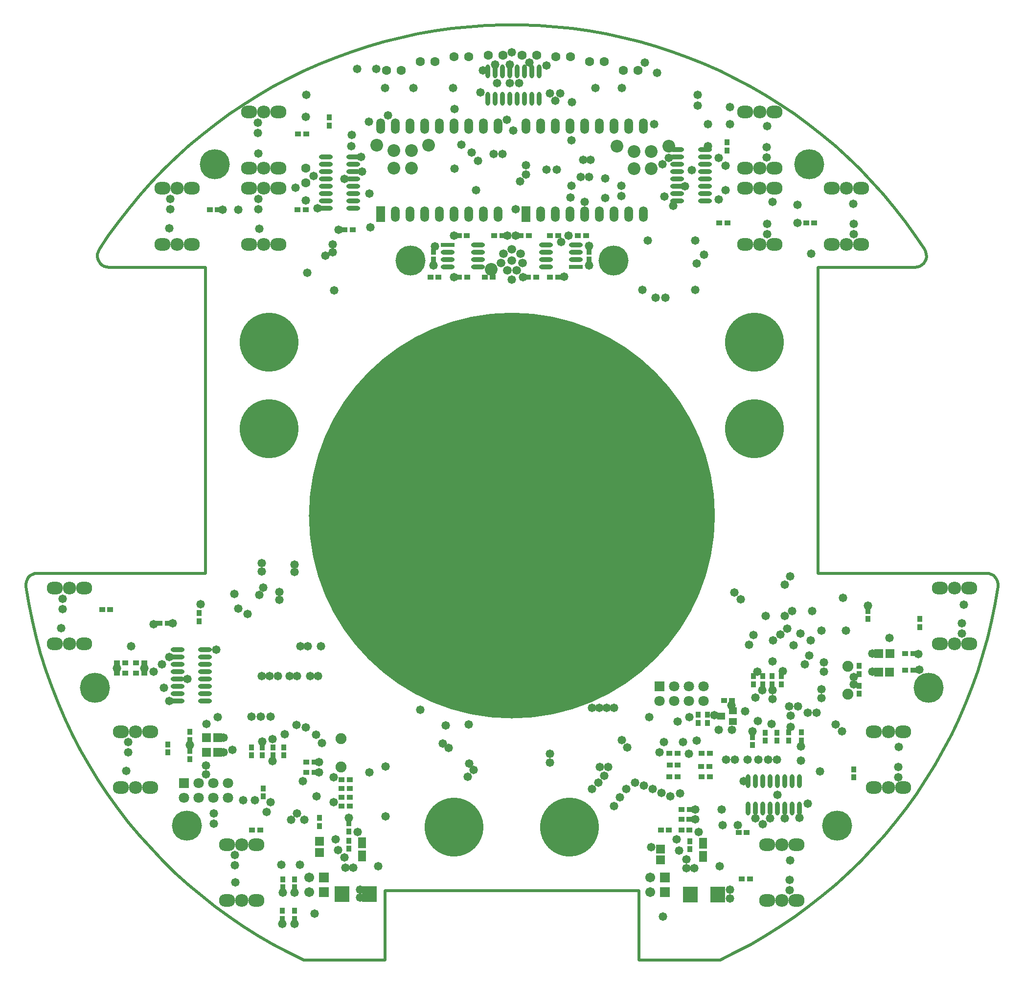
<source format=gts>
%FSAX25Y25*%
%MOIN*%
G70*
G01*
G75*
G04 Layer_Color=8388736*
%ADD10O,0.08661X0.02362*%
%ADD11R,0.03000X0.03543*%
%ADD12R,0.05118X0.05512*%
%ADD13R,0.05512X0.05118*%
%ADD14R,0.03543X0.03000*%
%ADD15R,0.05000X0.06693*%
%ADD16R,0.04921X0.03937*%
%ADD17R,0.08661X0.02362*%
%ADD18O,0.08661X0.02362*%
%ADD19O,0.02362X0.08661*%
%ADD20R,0.09449X0.09843*%
%ADD21C,0.01575*%
%ADD22C,0.01181*%
%ADD23C,0.00984*%
%ADD24C,0.01000*%
%ADD25C,0.03150*%
%ADD26C,0.03937*%
%ADD27C,0.02756*%
%ADD28C,0.02362*%
%ADD29C,0.00591*%
%ADD30C,0.01969*%
%ADD31C,0.05906*%
%ADD32R,0.05906X0.05906*%
%ADD33C,0.05118*%
%ADD34C,0.07874*%
%ADD35O,0.10236X0.07874*%
%ADD36O,0.08268X0.07874*%
%ADD37R,0.05118X0.09843*%
%ADD38O,0.05118X0.09843*%
%ADD39R,0.06299X0.06299*%
%ADD40C,0.06299*%
%ADD41C,2.75591*%
%ADD42C,0.39370*%
%ADD43C,0.19685*%
%ADD44C,0.05500*%
%ADD45C,0.06693*%
%ADD46C,0.05000*%
%ADD47R,0.09646X0.09843*%
%ADD48R,0.09843X0.09449*%
%ADD49R,0.02362X0.08661*%
%ADD50O,0.02362X0.08661*%
%ADD51R,0.20866X0.07087*%
%ADD52O,0.03937X0.01024*%
%ADD53O,0.01024X0.03937*%
%ADD54R,0.03937X0.01024*%
%ADD55R,0.03543X0.01575*%
%ADD56R,0.09449X0.12598*%
%ADD57R,0.06693X0.05000*%
%ADD58R,0.09843X0.14961*%
%ADD59R,0.01969X0.05512*%
%ADD60O,0.08661X0.01575*%
%ADD61R,0.08661X0.01575*%
%ADD62R,0.18110X0.09252*%
%ADD63O,0.01378X0.06299*%
%ADD64R,0.07087X0.07874*%
%ADD65R,0.03543X0.01575*%
%ADD66R,0.09843X0.09646*%
%ADD67R,0.03937X0.04921*%
%ADD68O,0.02165X0.07874*%
%ADD69R,0.15000X0.19685*%
%ADD70R,0.01575X0.03543*%
%ADD71R,0.06000X0.06299*%
%ADD72R,0.06299X0.06000*%
%ADD73C,0.00787*%
%ADD74C,0.00141*%
%ADD75C,0.01378*%
%ADD76C,0.01200*%
%ADD77O,0.09461X0.03162*%
%ADD78R,0.03800X0.04343*%
%ADD79R,0.05918X0.06312*%
%ADD80R,0.06312X0.05918*%
%ADD81R,0.04343X0.03800*%
%ADD82R,0.05800X0.07493*%
%ADD83R,0.05721X0.04737*%
%ADD84R,0.09461X0.03162*%
%ADD85O,0.09461X0.03162*%
%ADD86O,0.03162X0.09461*%
%ADD87R,0.10249X0.10642*%
%ADD88C,0.06706*%
%ADD89R,0.06706X0.06706*%
%ADD90C,0.05918*%
%ADD91C,0.08674*%
%ADD92O,0.11036X0.08674*%
%ADD93O,0.09068X0.08674*%
%ADD94R,0.05918X0.10642*%
%ADD95O,0.05918X0.10642*%
%ADD96R,0.07099X0.07099*%
%ADD97C,0.07099*%
%ADD98C,2.76391*%
%ADD99C,0.40170*%
%ADD100C,0.20485*%
%ADD101C,0.06300*%
%ADD102C,0.07493*%
%ADD103C,0.05800*%
D24*
X1024795Y0677500D02*
G03*
X1024795Y0677500I-0137795J0000000D01*
G01*
D30*
X1095661Y0638130D02*
Y0846791D01*
Y0638130D02*
X1210338D01*
X1212014Y0637949D01*
X1213613Y0637416D01*
X1215063Y0636555D01*
X1216295Y0635405D01*
X1217255Y0634020D01*
X1217897Y0632461D01*
X1218193Y0630802D01*
X1218130Y0629117D02*
X1218193Y0630802D01*
X1216216Y0617461D02*
X1218130Y0629117D01*
X1213892Y0605880D02*
X1216216Y0617461D01*
X1211161Y0594388D02*
X1213892Y0605880D01*
X1208026Y0583000D02*
X1211161Y0594388D01*
X1204491Y0571729D02*
X1208026Y0583000D01*
X1200560Y0560590D02*
X1204491Y0571729D01*
X1196239Y0549597D02*
X1200560Y0560590D01*
X1191532Y0538763D02*
X1196239Y0549597D01*
X1186446Y0528102D02*
X1191532Y0538763D01*
X1180987Y0517627D02*
X1186446Y0528102D01*
X1175162Y0507352D02*
X1180987Y0517627D01*
X1168978Y0497288D02*
X1175162Y0507352D01*
X1162442Y0487449D02*
X1168978Y0497288D01*
X1155563Y0477846D02*
X1162442Y0487449D01*
X1148350Y0468493D02*
X1155563Y0477846D01*
X1140811Y0459399D02*
X1148350Y0468493D01*
X1132955Y0450578D02*
X1140811Y0459399D01*
X1124794Y0442039D02*
X1132955Y0450578D01*
X1116336Y0433794D02*
X1124794Y0442039D01*
X1107592Y0425852D02*
X1116336Y0433794D01*
X1098574Y0418223D02*
X1107592Y0425852D01*
X1089292Y0410918D02*
X1098574Y0418223D01*
X1079757Y0403945D02*
X1089292Y0410918D01*
X1069983Y0397313D02*
X1079757Y0403945D01*
X1059981Y0391030D02*
X1069983Y0397313D01*
X1049763Y0385103D02*
X1059981Y0391030D01*
X1039343Y0379541D02*
X1049763Y0385103D01*
X1028732Y0374350D02*
X1039343Y0379541D01*
X0973614Y0374350D02*
X1028732D01*
X0973614D02*
Y0421594D01*
X0800386D02*
X0973614D01*
X0800386Y0374350D02*
Y0421594D01*
X0745268Y0374350D02*
X0800386D01*
X0734657Y0379541D02*
X0745268Y0374350D01*
X0724237Y0385103D02*
X0734657Y0379541D01*
X0714019Y0391030D02*
X0724237Y0385103D01*
X0704017Y0397313D02*
X0714019Y0391030D01*
X0694242Y0403945D02*
X0704017Y0397313D01*
X0684708Y0410918D02*
X0694242Y0403945D01*
X0675426Y0418223D02*
X0684708Y0410918D01*
X0666408Y0425852D02*
X0675426Y0418223D01*
X0657664Y0433794D02*
X0666408Y0425852D01*
X0649206Y0442039D02*
X0657664Y0433794D01*
X0641045Y0450578D02*
X0649206Y0442039D01*
X0633189Y0459399D02*
X0641045Y0450578D01*
X0625650Y0468493D02*
X0633189Y0459399D01*
X0618437Y0477846D02*
X0625650Y0468493D01*
X0611558Y0487449D02*
X0618437Y0477846D01*
X0605022Y0497288D02*
X0611558Y0487449D01*
X0598838Y0507352D02*
X0605022Y0497288D01*
X0593013Y0517627D02*
X0598838Y0507352D01*
X0587554Y0528102D02*
X0593013Y0517627D01*
X0582468Y0538763D02*
X0587554Y0528102D01*
X0577761Y0549597D02*
X0582468Y0538763D01*
X0573440Y0560590D02*
X0577761Y0549597D01*
X0569509Y0571729D02*
X0573440Y0560590D01*
X0565974Y0583000D02*
X0569509Y0571729D01*
X0562839Y0594388D02*
X0565974Y0583000D01*
X0560108Y0605880D02*
X0562839Y0594388D01*
X0557784Y0617461D02*
X0560108Y0605880D01*
X0555870Y0629117D02*
X0557784Y0617461D01*
X0555807Y0630802D02*
X0555870Y0629117D01*
X0555807Y0630802D02*
X0556103Y0632461D01*
X0556745Y0634020D01*
X0557705Y0635405D01*
X0558938Y0636555D01*
X0560387Y0637416D01*
X0561986Y0637949D01*
X0563662Y0638130D01*
X0678339D01*
Y0846791D01*
X0612424D02*
X0678339D01*
X0610749Y0846972D02*
X0612424Y0846791D01*
X0609150Y0847504D02*
X0610749Y0846972D01*
X0607701Y0848364D02*
X0609150Y0847504D01*
X0606469Y0849513D02*
X0607701Y0848364D01*
X0605509Y0850898D02*
X0606469Y0849513D01*
X0604866Y0852455D02*
X0605509Y0850898D01*
X0604569Y0854114D02*
X0604866Y0852455D01*
X0604569Y0854114D02*
X0604631Y0855797D01*
X0605051Y0857429D01*
X0605807Y0858934D01*
X0612330Y0868666D01*
X0619190Y0878163D01*
X0626378Y0887414D01*
X0633885Y0896408D01*
X0641703Y0905133D01*
X0649821Y0913580D01*
X0658229Y0921737D01*
X0666919Y0929595D01*
X0675877Y0937144D01*
X0685095Y0944375D01*
X0694560Y0951278D01*
X0704261Y0957847D01*
X0714186Y0964071D01*
X0724323Y0969944D01*
X0734659Y0975459D01*
X0745181Y0980609D01*
X0755878Y0985387D01*
X0766735Y0989788D01*
X0777740Y0993807D01*
X0788878Y0997437D01*
X0800137Y1000676D01*
X0811502Y1003518D01*
X0822960Y1005961D01*
X0834496Y1008001D01*
X0846097Y1009636D01*
X0857748Y1010865D01*
X0869434Y1011684D01*
X0881142Y1012094D01*
X0892858D01*
X0904566Y1011684D01*
X0916252Y1010865D01*
X0927903Y1009636D01*
X0939504Y1008001D01*
X0951040Y1005961D01*
X0962498Y1003518D01*
X0973863Y1000676D01*
X0985122Y0997437D01*
X0996260Y0993807D01*
X1007265Y0989788D01*
X1018122Y0985387D01*
X1028819Y0980609D01*
X1039341Y0975459D01*
X1049677Y0969944D01*
X1059814Y0964071D01*
X1069739Y0957847D01*
X1079440Y0951278D01*
X1088905Y0944375D01*
X1098123Y0937144D01*
X1107081Y0929595D01*
X1115771Y0921737D01*
X1124179Y0913580D01*
X1132297Y0905133D01*
X1140115Y0896408D01*
X1147622Y0887414D01*
X1154810Y0878163D01*
X1161670Y0868666D01*
X1168193Y0858934D01*
X1168949Y0857429D01*
X1169369Y0855797D01*
X1169431Y0854114D01*
X1169134Y0852455D02*
X1169431Y0854114D01*
X1168491Y0850898D02*
X1169134Y0852455D01*
X1167531Y0849513D02*
X1168491Y0850898D01*
X1166298Y0848364D02*
X1167531Y0849513D01*
X1164850Y0847504D02*
X1166298Y0848364D01*
X1163251Y0846972D02*
X1164850Y0847504D01*
X1161576Y0846791D02*
X1163251Y0846972D01*
X1095661Y0846791D02*
X1161576D01*
D77*
X0659051Y0586000D02*
D03*
Y0581000D02*
D03*
Y0576000D02*
D03*
Y0571000D02*
D03*
Y0566000D02*
D03*
Y0561000D02*
D03*
Y0556000D02*
D03*
Y0551000D02*
D03*
X0677949Y0586000D02*
D03*
Y0581000D02*
D03*
Y0576000D02*
D03*
Y0571000D02*
D03*
Y0566000D02*
D03*
Y0561000D02*
D03*
Y0556000D02*
D03*
Y0551000D02*
D03*
X0999551Y0927000D02*
D03*
Y0922000D02*
D03*
Y0917000D02*
D03*
Y0912000D02*
D03*
Y0907000D02*
D03*
Y0902000D02*
D03*
Y0897000D02*
D03*
Y0892000D02*
D03*
X1018449Y0927000D02*
D03*
Y0922000D02*
D03*
Y0917000D02*
D03*
Y0912000D02*
D03*
Y0907000D02*
D03*
Y0902000D02*
D03*
Y0897000D02*
D03*
Y0892000D02*
D03*
X0778949Y0887000D02*
D03*
Y0892000D02*
D03*
Y0897000D02*
D03*
Y0902000D02*
D03*
Y0907000D02*
D03*
Y0912000D02*
D03*
Y0917000D02*
D03*
Y0922000D02*
D03*
X0760051Y0887000D02*
D03*
Y0892000D02*
D03*
Y0897000D02*
D03*
Y0902000D02*
D03*
Y0907000D02*
D03*
Y0912000D02*
D03*
Y0917000D02*
D03*
Y0922000D02*
D03*
D78*
X0667500Y0517000D02*
D03*
Y0511500D02*
D03*
Y0524500D02*
D03*
Y0530000D02*
D03*
X0775724Y0462155D02*
D03*
Y0467655D02*
D03*
X0775945Y0455764D02*
D03*
Y0450264D02*
D03*
X1008280Y0455535D02*
D03*
Y0450035D02*
D03*
X1123500Y0569512D02*
D03*
Y0575012D02*
D03*
Y0561500D02*
D03*
Y0556000D02*
D03*
X0939500Y0857500D02*
D03*
Y0852000D02*
D03*
X0674000Y0611000D02*
D03*
Y0605500D02*
D03*
X0833500Y0852000D02*
D03*
Y0857500D02*
D03*
X0652500Y0516000D02*
D03*
Y0521500D02*
D03*
X1120000Y0504500D02*
D03*
Y0499000D02*
D03*
X1165000Y0607000D02*
D03*
Y0601500D02*
D03*
X1033500Y0932000D02*
D03*
Y0926500D02*
D03*
X0755945Y0471276D02*
D03*
Y0465776D02*
D03*
X1084161Y0524130D02*
D03*
Y0529630D02*
D03*
X1075661Y0524130D02*
D03*
Y0529630D02*
D03*
X1020261Y0541650D02*
D03*
Y0536150D02*
D03*
X1067500Y0529500D02*
D03*
Y0524000D02*
D03*
X1059500D02*
D03*
Y0529500D02*
D03*
X0730500Y0402500D02*
D03*
Y0408000D02*
D03*
X0739000Y0402500D02*
D03*
Y0408000D02*
D03*
Y0429500D02*
D03*
Y0424000D02*
D03*
X0731000D02*
D03*
Y0429500D02*
D03*
X0762500Y0949000D02*
D03*
Y0943500D02*
D03*
X1129500Y0607000D02*
D03*
Y0612500D02*
D03*
X1013761Y0541650D02*
D03*
Y0536150D02*
D03*
X1070500Y0568000D02*
D03*
Y0562500D02*
D03*
X1064167Y0568000D02*
D03*
Y0562500D02*
D03*
X1057833Y0568000D02*
D03*
Y0562500D02*
D03*
X1051500Y0568000D02*
D03*
Y0562500D02*
D03*
X0731500Y0519500D02*
D03*
Y0514000D02*
D03*
X0724167Y0519500D02*
D03*
Y0514000D02*
D03*
X0716833Y0519500D02*
D03*
Y0514000D02*
D03*
X0709500Y0519500D02*
D03*
Y0514000D02*
D03*
X0717500Y0491500D02*
D03*
Y0486000D02*
D03*
X1051000Y0521000D02*
D03*
Y0526500D02*
D03*
D79*
X0686480Y0516000D02*
D03*
X0679000D02*
D03*
X0686480Y0526000D02*
D03*
X0679000D02*
D03*
X1137020Y0583382D02*
D03*
X1144500D02*
D03*
X1136770Y0570632D02*
D03*
X1144250D02*
D03*
D80*
X0755945Y0447795D02*
D03*
Y0455276D02*
D03*
X0988280Y0442567D02*
D03*
Y0450047D02*
D03*
D81*
X0747000Y0502500D02*
D03*
X0752500D02*
D03*
X0747000Y0509500D02*
D03*
X0752500D02*
D03*
X0771000Y0479500D02*
D03*
X0776500D02*
D03*
X0771000Y0485500D02*
D03*
X0776500D02*
D03*
X0771000Y0491500D02*
D03*
X0776500D02*
D03*
X0771000Y0497500D02*
D03*
X0776500D02*
D03*
X1008000Y0463000D02*
D03*
X1002500D02*
D03*
Y0470500D02*
D03*
X1008000D02*
D03*
X1002604Y0477177D02*
D03*
X1008104D02*
D03*
X1021780Y0515279D02*
D03*
X1016280D02*
D03*
X0994500Y0507500D02*
D03*
X1000000D02*
D03*
X1021780Y0499279D02*
D03*
X1016280D02*
D03*
X0999799Y0499433D02*
D03*
X0994299D02*
D03*
X0999799Y0515433D02*
D03*
X0994299D02*
D03*
X0932000Y0868500D02*
D03*
X0937500D02*
D03*
X0913000D02*
D03*
X0918500D02*
D03*
X0898500D02*
D03*
X0893000D02*
D03*
X0880500D02*
D03*
X0875000D02*
D03*
X0837000Y0840000D02*
D03*
X0831500D02*
D03*
X0856250Y0868500D02*
D03*
X0850750D02*
D03*
X0898012Y0840000D02*
D03*
X0903512D02*
D03*
X1047000Y0461500D02*
D03*
X1041500D02*
D03*
X0636500Y0577000D02*
D03*
X0631000D02*
D03*
X0618000D02*
D03*
X0623500D02*
D03*
X0631000Y0570000D02*
D03*
X0636500D02*
D03*
X0623500D02*
D03*
X0618000D02*
D03*
X0773000Y0872500D02*
D03*
X0778500D02*
D03*
X0746500Y0886000D02*
D03*
X0741000D02*
D03*
X0856500Y0840000D02*
D03*
X0851000D02*
D03*
X0913000D02*
D03*
X0918500D02*
D03*
X0607782Y0613341D02*
D03*
X0613281D02*
D03*
X0715500Y0463000D02*
D03*
X0710000D02*
D03*
X1049140Y0429661D02*
D03*
X1043640D02*
D03*
X1092910Y0876974D02*
D03*
X1087409D02*
D03*
X1033721Y0876972D02*
D03*
X1028221D02*
D03*
X0741282Y0937839D02*
D03*
X0746781D02*
D03*
X0681090Y0886026D02*
D03*
X0686590D02*
D03*
X0994000Y0463000D02*
D03*
X0988500D02*
D03*
X1021500Y0506500D02*
D03*
X1016000D02*
D03*
X1160500Y0572000D02*
D03*
X1155000D02*
D03*
X1160500Y0583500D02*
D03*
X1155000D02*
D03*
X0647000Y0604000D02*
D03*
X0652500D02*
D03*
X1037000Y0551500D02*
D03*
X1031500D02*
D03*
X0868500Y0840000D02*
D03*
X0874000D02*
D03*
D82*
X1017280Y0454047D02*
D03*
Y0445047D02*
D03*
X0784945Y0454276D02*
D03*
Y0445276D02*
D03*
D83*
X1037500Y0537000D02*
D03*
Y0544500D02*
D03*
X1029500Y0540800D02*
D03*
D84*
X0930701Y0847008D02*
D03*
X0843299Y0862008D02*
D03*
D85*
X0910228D02*
D03*
Y0857008D02*
D03*
Y0852008D02*
D03*
Y0847008D02*
D03*
X0930701Y0862008D02*
D03*
Y0857008D02*
D03*
Y0852008D02*
D03*
X0863772Y0847008D02*
D03*
Y0852008D02*
D03*
Y0857008D02*
D03*
Y0862008D02*
D03*
X0843299Y0847008D02*
D03*
Y0852008D02*
D03*
Y0857008D02*
D03*
D86*
X0870500Y0961551D02*
D03*
X0875500D02*
D03*
X0880500D02*
D03*
X0885500D02*
D03*
X0890500D02*
D03*
X0895500D02*
D03*
X0900500D02*
D03*
X0905500D02*
D03*
X0870500Y0980449D02*
D03*
X0875500D02*
D03*
X0880500D02*
D03*
X0885500D02*
D03*
X0890500D02*
D03*
X0895500D02*
D03*
X0900500D02*
D03*
X0905500D02*
D03*
X1047858Y0477583D02*
D03*
X1052858D02*
D03*
X1057858D02*
D03*
X1062858D02*
D03*
X1067858D02*
D03*
X1072858D02*
D03*
X1077858D02*
D03*
X1082858D02*
D03*
X1047858Y0496480D02*
D03*
X1052858D02*
D03*
X1057858D02*
D03*
X1062858D02*
D03*
X1067858D02*
D03*
X1072858D02*
D03*
X1077858D02*
D03*
X1082858D02*
D03*
D87*
X1008390Y0419047D02*
D03*
X1027169D02*
D03*
X0771055Y0419276D02*
D03*
X0789835D02*
D03*
D88*
X0748945Y0420776D02*
D03*
Y0430776D02*
D03*
X0981279Y0430547D02*
D03*
Y0420547D02*
D03*
D89*
X0758945Y0420776D02*
D03*
Y0430776D02*
D03*
X0991280Y0430547D02*
D03*
Y0420547D02*
D03*
D90*
X0887000Y0851476D02*
D03*
X0892846Y0856142D02*
D03*
X0894291Y0849811D02*
D03*
X0890244Y0844736D02*
D03*
X0883756D02*
D03*
X0879709Y0849811D02*
D03*
X0881153Y0856142D02*
D03*
X0887000Y0858957D02*
D03*
D91*
X0970189Y0914000D02*
D03*
Y0925811D02*
D03*
X0993811Y0929512D02*
D03*
X0958378D02*
D03*
X0982000Y0925811D02*
D03*
Y0914000D02*
D03*
X0818500Y0914500D02*
D03*
Y0926311D02*
D03*
X0794878Y0930012D02*
D03*
X0830311D02*
D03*
X0806689Y0926311D02*
D03*
Y0914500D02*
D03*
X0873000Y0845500D02*
D03*
D92*
X0575461Y0628094D02*
D03*
X0595539D02*
D03*
X0575461Y0589906D02*
D03*
X0595539D02*
D03*
X0620461Y0530094D02*
D03*
X0640539D02*
D03*
X0620461Y0491905D02*
D03*
X0640539D02*
D03*
X0692961Y0453094D02*
D03*
X0713039D02*
D03*
X0692961Y0414906D02*
D03*
X0713039D02*
D03*
X1081039D02*
D03*
X1060961D02*
D03*
X1081039Y0453094D02*
D03*
X1060961D02*
D03*
X1198539Y0589906D02*
D03*
X1178461D02*
D03*
X1198539Y0628094D02*
D03*
X1178461D02*
D03*
X1125039Y0862405D02*
D03*
X1104961D02*
D03*
X1125039Y0900595D02*
D03*
X1104961D02*
D03*
X1066039Y0862405D02*
D03*
X1045961D02*
D03*
X1066039Y0900595D02*
D03*
X1045961D02*
D03*
X1066039Y0914406D02*
D03*
X1045961D02*
D03*
X1066039Y0952594D02*
D03*
X1045961D02*
D03*
X0707961D02*
D03*
X0728039D02*
D03*
X0707961Y0914406D02*
D03*
X0728039D02*
D03*
X0707961Y0900595D02*
D03*
X0728039D02*
D03*
X0707961Y0862405D02*
D03*
X0728039D02*
D03*
X0648961Y0900595D02*
D03*
X0669039D02*
D03*
X0648961Y0862405D02*
D03*
X0669039D02*
D03*
X1153539Y0491905D02*
D03*
X1133461D02*
D03*
X1153539Y0530094D02*
D03*
X1133461D02*
D03*
D93*
X0585500Y0628094D02*
D03*
Y0589906D02*
D03*
X0630500Y0530094D02*
D03*
Y0491905D02*
D03*
X0703000Y0453094D02*
D03*
Y0414906D02*
D03*
X1071000D02*
D03*
Y0453094D02*
D03*
X1188500Y0589906D02*
D03*
Y0628094D02*
D03*
X1115000Y0862405D02*
D03*
Y0900595D02*
D03*
X1056000Y0862405D02*
D03*
Y0900595D02*
D03*
Y0914406D02*
D03*
Y0952594D02*
D03*
X0718000D02*
D03*
Y0914406D02*
D03*
Y0900595D02*
D03*
Y0862405D02*
D03*
X0659000Y0900595D02*
D03*
Y0862405D02*
D03*
X1143500Y0491905D02*
D03*
Y0530094D02*
D03*
D94*
X0896500Y0883000D02*
D03*
X0797500D02*
D03*
D95*
X0906500D02*
D03*
X0916500D02*
D03*
X0926500D02*
D03*
X0936500D02*
D03*
X0946500D02*
D03*
X0956500D02*
D03*
X0966500D02*
D03*
X0976500D02*
D03*
X0896500Y0943000D02*
D03*
X0906500D02*
D03*
X0916500D02*
D03*
X0926500D02*
D03*
X0936500D02*
D03*
X0946500D02*
D03*
X0956500D02*
D03*
X0966500D02*
D03*
X0976500D02*
D03*
X0877500D02*
D03*
X0867500D02*
D03*
X0857500D02*
D03*
X0847500D02*
D03*
X0837500D02*
D03*
X0827500D02*
D03*
X0817500D02*
D03*
X0807500D02*
D03*
X0797500D02*
D03*
X0877500Y0883000D02*
D03*
X0867500D02*
D03*
X0857500D02*
D03*
X0847500D02*
D03*
X0837500D02*
D03*
X0827500D02*
D03*
X0817500D02*
D03*
X0807500D02*
D03*
D96*
X0663500Y0495000D02*
D03*
X0987500Y0561000D02*
D03*
D97*
X0663500Y0485000D02*
D03*
X0673500Y0495000D02*
D03*
Y0485000D02*
D03*
X0683500Y0495000D02*
D03*
Y0485000D02*
D03*
X0693500Y0495000D02*
D03*
Y0485000D02*
D03*
X0987500Y0551000D02*
D03*
X0997500Y0561000D02*
D03*
Y0551000D02*
D03*
X1007500Y0561000D02*
D03*
Y0551000D02*
D03*
X1017500Y0561000D02*
D03*
Y0551000D02*
D03*
D98*
X0887000Y0677500D02*
D03*
D99*
X0847630Y0464902D02*
D03*
X0926370D02*
D03*
X1052354Y0795610D02*
D03*
Y0736555D02*
D03*
X0721646D02*
D03*
Y0795610D02*
D03*
D100*
X0956055Y0851476D02*
D03*
X0817945D02*
D03*
X1089500Y0917000D02*
D03*
X0684500D02*
D03*
X1171000Y0560000D02*
D03*
X0603000D02*
D03*
X1108500Y0466063D02*
D03*
X0665500D02*
D03*
D101*
X0963000Y0981000D02*
D03*
X0973000D02*
D03*
X0824571Y0987000D02*
D03*
X0834571D02*
D03*
X0847643Y0990500D02*
D03*
X0857643D02*
D03*
X0870714Y0991500D02*
D03*
X0880714D02*
D03*
X0893786D02*
D03*
X0903786D02*
D03*
X0916857Y0990500D02*
D03*
X0926857D02*
D03*
X0939929Y0987000D02*
D03*
X0949928D02*
D03*
X0801500Y0981000D02*
D03*
X0811500D02*
D03*
X0746500Y0914500D02*
D03*
Y0904500D02*
D03*
D102*
X1116000Y0574858D02*
D03*
Y0555646D02*
D03*
X0770500Y0525358D02*
D03*
Y0506146D02*
D03*
D103*
X0769000Y0872500D02*
D03*
X0764850Y0862226D02*
D03*
Y0857110D02*
D03*
X0760028Y0854807D02*
D03*
X1057500Y0558500D02*
D03*
X1033000Y0511000D02*
D03*
X0776000Y0471500D02*
D03*
X1132598Y0583382D02*
D03*
X1132500Y0571000D02*
D03*
X1071500Y0571500D02*
D03*
X1120000Y0562500D02*
D03*
X1164500Y0572500D02*
D03*
X0991500Y0826000D02*
D03*
X1013000Y0849500D02*
D03*
X0976000Y0831500D02*
D03*
X0961500Y0902500D02*
D03*
Y0895500D02*
D03*
X0880500Y0924000D02*
D03*
X0920500Y0864000D02*
D03*
X0862500Y0899500D02*
D03*
X0874500Y0924000D02*
D03*
X0859439Y0924939D02*
D03*
X0848000Y0914000D02*
D03*
X0766000Y0831000D02*
D03*
X1120000Y0567500D02*
D03*
X1036500Y0548000D02*
D03*
X1025000Y0541500D02*
D03*
X0982000Y0451500D02*
D03*
X1028500Y0438500D02*
D03*
X0796000D02*
D03*
X0765500Y0499000D02*
D03*
X0913000Y0515000D02*
D03*
Y0509000D02*
D03*
X0722500Y0540500D02*
D03*
X0716000Y0540250D02*
D03*
X0801000Y0506500D02*
D03*
X0965500Y0519500D02*
D03*
X0732081Y0528500D02*
D03*
X0740213Y0534787D02*
D03*
X0962000Y0524500D02*
D03*
X1030000Y0477000D02*
D03*
X0946000Y0495500D02*
D03*
X0950000Y0500000D02*
D03*
X0941500Y0491000D02*
D03*
X0801000Y0472500D02*
D03*
X0842000Y0534500D02*
D03*
X0980500Y0540000D02*
D03*
X0941500Y0546500D02*
D03*
X0946500D02*
D03*
X0951500D02*
D03*
X0824500Y0545000D02*
D03*
X0844000Y0519000D02*
D03*
X0840000Y0522102D02*
D03*
X1035500Y0416500D02*
D03*
Y0422500D02*
D03*
X0783500Y0417000D02*
D03*
Y0422500D02*
D03*
X0952500Y0506000D02*
D03*
X0947000D02*
D03*
X0857000Y0499500D02*
D03*
X0861000Y0504000D02*
D03*
X0858000Y0508500D02*
D03*
X0757000Y0588500D02*
D03*
X0748000D02*
D03*
X0742752D02*
D03*
X0715000Y0623500D02*
D03*
X0728500Y0620000D02*
D03*
Y0625500D02*
D03*
X0717500Y0628500D02*
D03*
X0716500Y0639500D02*
D03*
Y0645000D02*
D03*
X0985000Y0826000D02*
D03*
X1018000Y0855500D02*
D03*
X0956500Y0546500D02*
D03*
X0790500Y0874000D02*
D03*
X0752000Y0909000D02*
D03*
X1051000Y0530500D02*
D03*
X0720000Y0475500D02*
D03*
X0722500Y0482000D02*
D03*
X1097000Y0503000D02*
D03*
X1084000Y0510500D02*
D03*
X1028000Y0531500D02*
D03*
X1164000Y0583000D02*
D03*
X0785000Y0912000D02*
D03*
X0675000Y0617000D02*
D03*
X0746500Y0892500D02*
D03*
X0739500Y0901000D02*
D03*
X1089500Y0582000D02*
D03*
X0730000Y0439500D02*
D03*
X0742500D02*
D03*
X0712000Y0483500D02*
D03*
X0704000D02*
D03*
X0755500Y0502500D02*
D03*
Y0509500D02*
D03*
X0739000Y0399000D02*
D03*
X0730500D02*
D03*
X0731000Y0420500D02*
D03*
X0739000D02*
D03*
X0745500Y0470000D02*
D03*
X0754000Y0486000D02*
D03*
X0744500Y0496500D02*
D03*
X1076500Y0636000D02*
D03*
X1073000Y0630500D02*
D03*
X0707000Y0610500D02*
D03*
X0789500Y0946000D02*
D03*
X0700500Y0614000D02*
D03*
X0727500Y0568000D02*
D03*
X0685500Y0586000D02*
D03*
X0794500Y0982000D02*
D03*
X0984000Y0944500D02*
D03*
X0989500Y0917000D02*
D03*
X1012000Y0831500D02*
D03*
X0847500Y0868500D02*
D03*
X0922500Y0840500D02*
D03*
X0887000Y0838500D02*
D03*
X0747626Y0843193D02*
D03*
X0698000Y0624000D02*
D03*
X0925500Y0868500D02*
D03*
X1012000Y0865000D02*
D03*
X0979500D02*
D03*
X0857500Y0535000D02*
D03*
X1030500Y0466500D02*
D03*
X0956500Y0479500D02*
D03*
X1077000Y0533500D02*
D03*
X0960500Y0485500D02*
D03*
X1047500Y0511000D02*
D03*
X1039000D02*
D03*
X1098000Y0599000D02*
D03*
X1048500Y0589500D02*
D03*
X1086500Y0576000D02*
D03*
X1076000Y0547500D02*
D03*
X0709500Y0540500D02*
D03*
X0790000Y0502500D02*
D03*
X0724000Y0510000D02*
D03*
X0765500Y0482000D02*
D03*
X0724000Y0525000D02*
D03*
X0717000Y0523500D02*
D03*
X0678500Y0507000D02*
D03*
X0740500Y0474500D02*
D03*
X0757500Y0522500D02*
D03*
X0678500Y0501000D02*
D03*
X0736500Y0470000D02*
D03*
X0753500Y0528000D02*
D03*
X1144264Y0594000D02*
D03*
X0773043Y0907000D02*
D03*
X0778000Y0937000D02*
D03*
X0746500Y0949500D02*
D03*
X0747000Y0964500D02*
D03*
X0777500Y0929500D02*
D03*
X0913000Y0965500D02*
D03*
X0899000Y0986500D02*
D03*
X0877000Y0972500D02*
D03*
X0867331Y0981000D02*
D03*
X0962000Y0969000D02*
D03*
X0800500D02*
D03*
X0715000Y0873000D02*
D03*
X0781500Y0982000D02*
D03*
X0991000Y0895000D02*
D03*
X0986000Y0979500D02*
D03*
X0977500Y0986500D02*
D03*
X1067858Y0487032D02*
D03*
X0990000Y0404000D02*
D03*
X1011279Y0437047D02*
D03*
X1005779D02*
D03*
X1006000Y0443000D02*
D03*
X0999279Y0456547D02*
D03*
X1000780Y0449047D02*
D03*
X0950500Y0907500D02*
D03*
X0939500Y0908500D02*
D03*
X0934000D02*
D03*
X1112500Y0621500D02*
D03*
X1129500Y0616000D02*
D03*
X0653500Y0581000D02*
D03*
X0666000Y0566000D02*
D03*
X0653500Y0551000D02*
D03*
X0627500Y0588500D02*
D03*
X0656000Y0604000D02*
D03*
X0643000Y0603500D02*
D03*
X0927000Y0894500D02*
D03*
X0892500Y0905500D02*
D03*
X0927500Y0902500D02*
D03*
Y0933500D02*
D03*
X0917500Y0913500D02*
D03*
X0936500Y0891500D02*
D03*
X0864000Y0919500D02*
D03*
X0896500Y0910000D02*
D03*
Y0916500D02*
D03*
X0910500Y0913500D02*
D03*
X0888000Y0940000D02*
D03*
X1054297Y0571142D02*
D03*
X1064500Y0558500D02*
D03*
Y0578174D02*
D03*
X0781949Y0461772D02*
D03*
X0768445Y0449276D02*
D03*
X0773445Y0437276D02*
D03*
X0778945D02*
D03*
X0766945Y0456776D02*
D03*
X0752500Y0406000D02*
D03*
X0772945Y0444276D02*
D03*
X1051500Y0596000D02*
D03*
X1053000Y0553500D02*
D03*
X1054500Y0537500D02*
D03*
X1098000Y0553000D02*
D03*
X1099500Y0571000D02*
D03*
Y0577500D02*
D03*
X0714282Y0893339D02*
D03*
Y0886339D02*
D03*
X1090500Y0592500D02*
D03*
X1074500Y0600500D02*
D03*
X0852500Y0930500D02*
D03*
X1119909Y0876474D02*
D03*
Y0869474D02*
D03*
X1119639Y0890179D02*
D03*
X0580782Y0620841D02*
D03*
Y0613841D02*
D03*
X0580006Y0600778D02*
D03*
X0625591Y0523026D02*
D03*
Y0516026D02*
D03*
X0624257Y0503393D02*
D03*
X0698091Y0446026D02*
D03*
Y0439026D02*
D03*
X0698500Y0427500D02*
D03*
X1076140Y0429161D02*
D03*
Y0422161D02*
D03*
X1076494Y0442222D02*
D03*
X1150140Y0499161D02*
D03*
Y0506161D02*
D03*
X1150668Y0519780D02*
D03*
X1193410Y0603974D02*
D03*
Y0596974D02*
D03*
X1194743Y0616607D02*
D03*
X1060721Y0876472D02*
D03*
Y0869472D02*
D03*
X1064436Y0891378D02*
D03*
X1060640Y0928661D02*
D03*
Y0921661D02*
D03*
X1061000Y0943000D02*
D03*
X0713781Y0938339D02*
D03*
Y0945339D02*
D03*
X0714216Y0924365D02*
D03*
X0654090Y0893526D02*
D03*
Y0886526D02*
D03*
X0653506Y0873278D02*
D03*
X0889500Y0886500D02*
D03*
X0883500Y0947500D02*
D03*
X0935500Y0920000D02*
D03*
X0940500D02*
D03*
X0950500Y0894000D02*
D03*
X0847500Y0840000D02*
D03*
X0884000Y0868500D02*
D03*
X0894500Y0840000D02*
D03*
X0889500Y0868500D02*
D03*
X1064000Y0535500D02*
D03*
X0944000Y0969000D02*
D03*
X0865500Y0966000D02*
D03*
X0847000Y0969000D02*
D03*
X0820000D02*
D03*
X0690000Y0886000D02*
D03*
X0700500D02*
D03*
X1035500Y0944500D02*
D03*
Y0956000D02*
D03*
X1081500Y0889500D02*
D03*
Y0877000D02*
D03*
X1091000Y0856000D02*
D03*
X1032500Y0916000D02*
D03*
X1028000Y0921500D02*
D03*
Y0893000D02*
D03*
X1032500Y0899500D02*
D03*
X1082858Y0471531D02*
D03*
X0754500Y0887000D02*
D03*
X0784264Y0922000D02*
D03*
X1052858Y0471032D02*
D03*
X0994000Y0921500D02*
D03*
X1073000Y0471000D02*
D03*
X0892000Y0972500D02*
D03*
X1005000Y0902000D02*
D03*
X1045000Y0496500D02*
D03*
X1088500Y0481000D02*
D03*
X0885500Y0972500D02*
D03*
X0875500Y0985000D02*
D03*
X0887000Y0993500D02*
D03*
X1063000Y0471000D02*
D03*
X1112000Y0530500D02*
D03*
X0643000Y0571000D02*
D03*
X1057858Y0467142D02*
D03*
X1107500Y0535000D02*
D03*
X0648500Y0576000D02*
D03*
X0636500Y0573500D02*
D03*
X0618000D02*
D03*
X0920000Y0965500D02*
D03*
X1020500Y0944500D02*
D03*
X1013500Y0957000D02*
D03*
Y0964500D02*
D03*
X1020500Y0929500D02*
D03*
X0739000Y0644000D02*
D03*
Y0639000D02*
D03*
X0722000Y0568000D02*
D03*
X0716500D02*
D03*
X0790000Y0897000D02*
D03*
X1009500Y0913000D02*
D03*
X0997000Y0888831D02*
D03*
X0885500Y0985000D02*
D03*
X0910500Y0984500D02*
D03*
X0916500Y0960500D02*
D03*
X0848000Y0954634D02*
D03*
X0928000Y0959500D02*
D03*
X0802500Y0950500D02*
D03*
X1098000Y0559000D02*
D03*
X0735500Y0568000D02*
D03*
X0740500D02*
D03*
X0749500D02*
D03*
X0755000D02*
D03*
X0746500Y0533000D02*
D03*
X0679000Y0535500D02*
D03*
X0686500Y0540000D02*
D03*
X1070000Y0596500D02*
D03*
X1073000Y0609000D02*
D03*
X1078000Y0612500D02*
D03*
X1091500D02*
D03*
X0650000Y0560000D02*
D03*
X1041000Y0466500D02*
D03*
X1088500Y0543000D02*
D03*
X1094500D02*
D03*
X1082000Y0547500D02*
D03*
X1055000Y0511000D02*
D03*
X0684000Y0474500D02*
D03*
Y0467500D02*
D03*
X0696590Y0517590D02*
D03*
X0690500Y0526000D02*
D03*
Y0516000D02*
D03*
X0667500Y0521000D02*
D03*
X0999986Y0537026D02*
D03*
X1083500Y0597000D02*
D03*
X1079000Y0589000D02*
D03*
X1065000Y0592500D02*
D03*
X1060000Y0609000D02*
D03*
X1043000Y0620500D02*
D03*
X1038500Y0625000D02*
D03*
X1046000Y0544000D02*
D03*
X1037000Y0531500D02*
D03*
X1008000Y0540000D02*
D03*
X1084000Y0520000D02*
D03*
X1077000Y0541000D02*
D03*
X1114500Y0599000D02*
D03*
X1067500Y0511000D02*
D03*
X1061500D02*
D03*
X1014283Y0461543D02*
D03*
X0989000Y0488500D02*
D03*
X0995000Y0486000D02*
D03*
X1012000Y0470500D02*
D03*
X0965000Y0491000D02*
D03*
X0971000Y0495500D02*
D03*
X0977000Y0493500D02*
D03*
X1012000Y0477000D02*
D03*
X1001500Y0488000D02*
D03*
X0983000Y0491000D02*
D03*
X0990500Y0523000D02*
D03*
X1003500D02*
D03*
X0987500Y0516000D02*
D03*
X1013000Y0524000D02*
D03*
X1007500Y0514964D02*
D03*
X1064475Y0552525D02*
D03*
X0939500Y0861500D02*
D03*
Y0848000D02*
D03*
X0833500D02*
D03*
X0834500Y0861000D02*
D03*
M02*

</source>
